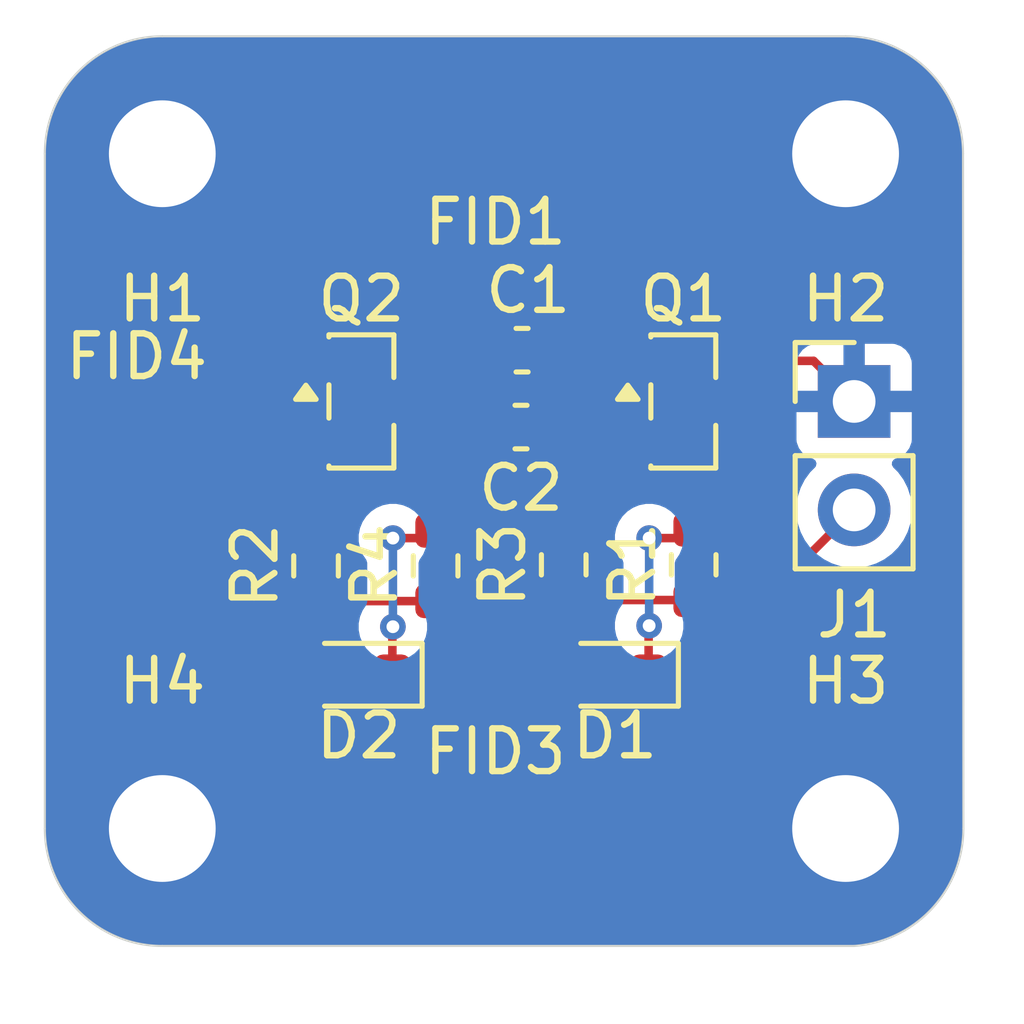
<source format=kicad_pcb>
(kicad_pcb (version 20241229) (generator "pcbnew") (generator_version "9.0")
  (layers (0 "F.Cu" signal) (2 "B.Cu" signal) (13 "F.Paste" user) (15 "B.Paste" user) (5 "F.SilkS" user "F.Silkscreen") (7 "B.SilkS" user "B.Silkscreen") (1 "F.Mask" user) (3 "B.Mask" user) (25 "Edge.Cuts" user))
  (net 0 "")
  (net 1 "Net-(D1-K)")
  (net 2 "VCC")
  (net 3 "bjt_2")
  (net 4 "bjt_1")
  (net 5 "Net-(D2-K)")
  (net 6 "GND")
  (footprint "MountingHole:MountingHole_2.5mm_Pad" (layer "F.Cu") (at 122 85.4)
    (property "Reference" "H4" (at 0 -3.45 0) (layer "F.SilkS"))
    (property "Value" "MountingHole_Pad" (hide yes))
    (pad "1" thru_hole circle (at 0 0) (size 5 5) (drill 2.5) (layers "*.Cu" "*.Mask") (net 6 "GND"))
  )
  (footprint "MountingHole:MountingHole_2.5mm_Pad" (layer "F.Cu") (at 122 69.6)
    (property "Reference" "H1" (at 0 3.4 0) (layer "F.SilkS"))
    (property "Value" "MountingHole_Pad" (hide yes))
    (pad "1" thru_hole circle (at 0 0) (size 5 5) (drill 2.5) (layers "*.Cu" "*.Mask") (net 6 "GND"))
  )
  (footprint "Connector_PinHeader_2.54mm:PinHeader_1x02_P2.54mm_Vertical" (layer "F.Cu") (at 138.2 75.4)
    (property "Reference" "J1" (at 0 5 0) (layer "F.SilkS"))
    (property "Value" "POWER INPUT")
    (fp_line (start -1.38 -1.38) (end 0 -1.38) (stroke (width 0.12)) (layer "F.SilkS"))
    (fp_line (start -1.38 0) (end -1.38 -1.38) (stroke (width 0.12)) (layer "F.SilkS"))
    (fp_line (start -1.38 1.27) (end -1.38 3.92) (stroke (width 0.12)) (layer "F.SilkS"))
    (fp_line (start -1.38 1.27) (end 1.38 1.27) (stroke (width 0.12)) (layer "F.SilkS"))
    (fp_line (start -1.38 3.92) (end 1.38 3.92) (stroke (width 0.12)) (layer "F.SilkS"))
    (fp_line (start 1.38 1.27) (end 1.38 3.92) (stroke (width 0.12)) (layer "F.SilkS"))
    (pad "1" thru_hole rect (at 0 0) (size 1.7 1.7) (drill 1) (layers "*.Cu" "*.Mask") (net 6 "GND"))
    (pad "2" thru_hole circle (at 0 2.54) (size 1.7 1.7) (drill 1) (layers "*.Cu" "*.Mask") (net 2 "VCC"))
  )
  (footprint "Package_TO_SOT_SMD:SOT-23" (layer "F.Cu") (at 134.2 75.4)
    (property "Reference" "Q1" (at 0 -2.4 0) (layer "F.SilkS"))
    (property "Value" "2N3904")
    (fp_line (start -0.76 -1.56) (end 0.76 -1.56) (stroke (width 0.12)) (layer "F.SilkS"))
    (fp_line (start -0.76 -1.51) (end -0.76 -1.56) (stroke (width 0.12)) (layer "F.SilkS"))
    (fp_line (start -0.76 0.39) (end -0.76 -0.39) (stroke (width 0.12)) (layer "F.SilkS"))
    (fp_line (start -0.76 1.56) (end -0.76 1.51) (stroke (width 0.12)) (layer "F.SilkS"))
    (fp_line (start 0.76 -1.56) (end 0.76 -0.56) (stroke (width 0.12)) (layer "F.SilkS"))
    (fp_line (start 0.76 0.56) (end 0.76 1.56) (stroke (width 0.12)) (layer "F.SilkS"))
    (fp_line (start 0.76 1.56) (end -0.76 1.56) (stroke (width 0.12)) (layer "F.SilkS"))
    (fp_poly (pts (xy -1.3 -0.38) (xy -1.06 -0.05) (xy -1.54 -0.05)) (stroke (width 0.12)) (fill yes) (layer "F.SilkS"))
    (pad "1" smd roundrect (at -0.9375 -0.95) (size 1.475 0.6) (layers "F.Cu" "F.Mask" "F.Paste") (net 6 "GND"))
    (pad "2" smd roundrect (at -0.9375 0.95) (size 1.475 0.6) (layers "F.Cu" "F.Mask" "F.Paste") (net 4 "bjt_1"))
    (pad "3" smd roundrect (at 0.9375 0) (size 1.475 0.6) (layers "F.Cu" "F.Mask" "F.Paste") (net 1 "Net-(D1-K)"))
  )
  (footprint "MountingHole:MountingHole_2.5mm_Pad" (layer "F.Cu") (at 138 69.6)
    (property "Reference" "H2" (at 0 3.4 0) (layer "F.SilkS"))
    (property "Value" "MountingHole_Pad" (hide yes))
    (pad "1" thru_hole circle (at 0 0) (size 5 5) (drill 2.5) (layers "*.Cu" "*.Mask") (net 6 "GND"))
  )
  (footprint "Fiducial:Fiducial_1.5mm_Mask3mm" (layer "F.Cu") (at 121.4 76.8)
    (property "Reference" "FID4" (at 0 -2.45 0) (layer "F.SilkS"))
    (property "Value" "Fiducial" (hide yes))
    (pad "" smd circle (at 0 0) (size 1.5 1.5) (layers "F.Cu" "F.Mask") (clearance 0.85))
  )
  (footprint "Fiducial:Fiducial_1.5mm_Mask3mm" (layer "F.Cu") (at 129.8 86)
    (property "Reference" "FID3" (at 0 -2.4 0) (layer "F.SilkS"))
    (property "Value" "Fiducial" (hide yes))
    (pad "" smd circle (at 0 0) (size 1.5 1.5) (layers "F.Cu" "F.Mask") (clearance 0.85))
  )
  (footprint "Package_TO_SOT_SMD:SOT-23" (layer "F.Cu") (at 126.6625 75.4)
    (property "Reference" "Q2" (at 0 -2.4 0) (layer "F.SilkS"))
    (property "Value" "2N3904")
    (fp_line (start -0.76 -1.56) (end 0.76 -1.56) (stroke (width 0.12)) (layer "F.SilkS"))
    (fp_line (start -0.76 -1.51) (end -0.76 -1.56) (stroke (width 0.12)) (layer "F.SilkS"))
    (fp_line (start -0.76 0.39) (end -0.76 -0.39) (stroke (width 0.12)) (layer "F.SilkS"))
    (fp_line (start -0.76 1.56) (end -0.76 1.51) (stroke (width 0.12)) (layer "F.SilkS"))
    (fp_line (start 0.76 -1.56) (end 0.76 -0.56) (stroke (width 0.12)) (layer "F.SilkS"))
    (fp_line (start 0.76 0.56) (end 0.76 1.56) (stroke (width 0.12)) (layer "F.SilkS"))
    (fp_line (start 0.76 1.56) (end -0.76 1.56) (stroke (width 0.12)) (layer "F.SilkS"))
    (fp_poly (pts (xy -1.3 -0.38) (xy -1.06 -0.05) (xy -1.54 -0.05)) (stroke (width 0.12)) (fill yes) (layer "F.SilkS"))
    (pad "1" smd roundrect (at -0.9375 -0.95) (size 1.475 0.6) (layers "F.Cu" "F.Mask" "F.Paste") (net 6 "GND"))
    (pad "2" smd roundrect (at -0.9375 0.95) (size 1.475 0.6) (layers "F.Cu" "F.Mask" "F.Paste") (net 3 "bjt_2"))
    (pad "3" smd roundrect (at 0.9375 0) (size 1.475 0.6) (layers "F.Cu" "F.Mask" "F.Paste") (net 5 "Net-(D2-K)"))
  )
  (footprint "Resistor_SMD:R_0603_1608Metric" (layer "F.Cu") (at 134.443322 79.225 90)
    (property "Reference" "R1" (at 0 -1.43 90) (layer "F.SilkS"))
    (property "Value" "1K")
    (fp_line (start -0.237258 -0.5225) (end 0.237258 -0.5225) (stroke (width 0.12)) (layer "F.SilkS"))
    (fp_line (start -0.237258 0.5225) (end 0.237258 0.5225) (stroke (width 0.12)) (layer "F.SilkS"))
    (pad "1" smd roundrect (at -0.825 0 90) (size 0.8 0.95) (layers "F.Cu" "F.Mask" "F.Paste") (net 2 "VCC"))
    (pad "2" smd roundrect (at 0.825 0 90) (size 0.8 0.95) (layers "F.Cu" "F.Mask" "F.Paste") (net 1 "Net-(D1-K)"))
  )
  (footprint "Resistor_SMD:R_0603_1608Metric" (layer "F.Cu") (at 125.6 79.25 90)
    (property "Reference" "R2" (at 0 -1.43 90) (layer "F.SilkS"))
    (property "Value" "5K")
    (fp_line (start -0.237258 -0.5225) (end 0.237258 -0.5225) (stroke (width 0.12)) (layer "F.SilkS"))
    (fp_line (start -0.237258 0.5225) (end 0.237258 0.5225) (stroke (width 0.12)) (layer "F.SilkS"))
    (pad "1" smd roundrect (at -0.825 0 90) (size 0.8 0.95) (layers "F.Cu" "F.Mask" "F.Paste") (net 2 "VCC"))
    (pad "2" smd roundrect (at 0.825 0 90) (size 0.8 0.95) (layers "F.Cu" "F.Mask" "F.Paste") (net 3 "bjt_2"))
  )
  (footprint "MountingHole:MountingHole_2.5mm_Pad" (layer "F.Cu") (at 138 85.4)
    (property "Reference" "H3" (at 0 -3.45 0) (layer "F.SilkS"))
    (property "Value" "MountingHole_Pad" (hide yes))
    (pad "1" thru_hole circle (at 0 0) (size 5 5) (drill 2.5) (layers "*.Cu" "*.Mask") (net 6 "GND"))
  )
  (footprint "Fiducial:Fiducial_1.5mm_Mask3mm" (layer "F.Cu") (at 129.8 68.6)
    (property "Reference" "FID1" (at 0 2.6 0) (layer "F.SilkS"))
    (property "Value" "Fiducial" (hide yes))
    (pad "" smd circle (at 0 0) (size 1.5 1.5) (layers "F.Cu" "F.Mask") (clearance 0.85))
  )
  (footprint "Resistor_SMD:R_0603_1608Metric" (layer "F.Cu") (at 128.4 79.25 90)
    (property "Reference" "R4" (at 0 -1.43 90) (layer "F.SilkS"))
    (property "Value" "1K")
    (fp_line (start -0.237258 -0.5225) (end 0.237258 -0.5225) (stroke (width 0.12)) (layer "F.SilkS"))
    (fp_line (start -0.237258 0.5225) (end 0.237258 0.5225) (stroke (width 0.12)) (layer "F.SilkS"))
    (pad "1" smd roundrect (at -0.825 0 90) (size 0.8 0.95) (layers "F.Cu" "F.Mask" "F.Paste") (net 2 "VCC"))
    (pad "2" smd roundrect (at 0.825 0 90) (size 0.8 0.95) (layers "F.Cu" "F.Mask" "F.Paste") (net 5 "Net-(D2-K)"))
  )
  (footprint "LED_SMD:LED_0603_1608Metric" (layer "F.Cu") (at 132.6 81.8 180)
    (property "Reference" "D1" (at 0 -1.43 0) (layer "F.SilkS"))
    (property "Value" "LED")
    (fp_line (start 0.8 -0.735) (end -1.485 -0.735) (stroke (width 0.12)) (layer "F.SilkS"))
    (fp_line (start -1.485 0.735) (end 0.8 0.735) (stroke (width 0.12)) (layer "F.SilkS"))
    (fp_line (start -1.485 -0.735) (end -1.485 0.735) (stroke (width 0.12)) (layer "F.SilkS"))
    (pad "1" smd roundrect (at -0.7875 0 180) (size 0.875 0.95) (layers "F.Cu" "F.Mask" "F.Paste") (net 1 "Net-(D1-K)"))
    (pad "2" smd roundrect (at 0.7875 0 180) (size 0.875 0.95) (layers "F.Cu" "F.Mask" "F.Paste") (net 2 "VCC"))
  )
  (footprint "Capacitor_SMD:C_0603_1608Metric" (layer "F.Cu") (at 130.4 76 180)
    (property "Reference" "C2" (at 0 -1.43 0) (layer "F.SilkS"))
    (property "Value" "220uF")
    (fp_line (start -0.14058 0.51) (end 0.14058 0.51) (stroke (width 0.12)) (layer "F.SilkS"))
    (fp_line (start -0.14058 -0.51) (end 0.14058 -0.51) (stroke (width 0.12)) (layer "F.SilkS"))
    (pad "1" smd roundrect (at -0.775 0 180) (size 0.9 0.95) (layers "F.Cu" "F.Mask" "F.Paste") (net 4 "bjt_1"))
    (pad "2" smd roundrect (at 0.775 0 180) (size 0.9 0.95) (layers "F.Cu" "F.Mask" "F.Paste") (net 5 "Net-(D2-K)"))
  )
  (footprint "Resistor_SMD:R_0603_1608Metric" (layer "F.Cu") (at 131.4 79.225 90)
    (property "Reference" "R3" (at 0 -1.43 90) (layer "F.SilkS"))
    (property "Value" "5K")
    (fp_line (start -0.237258 -0.5225) (end 0.237258 -0.5225) (stroke (width 0.12)) (layer "F.SilkS"))
    (fp_line (start -0.237258 0.5225) (end 0.237258 0.5225) (stroke (width 0.12)) (layer "F.SilkS"))
    (pad "1" smd roundrect (at -0.825 0 90) (size 0.8 0.95) (layers "F.Cu" "F.Mask" "F.Paste") (net 2 "VCC"))
    (pad "2" smd roundrect (at 0.825 0 90) (size 0.8 0.95) (layers "F.Cu" "F.Mask" "F.Paste") (net 4 "bjt_1"))
  )
  (footprint "Capacitor_SMD:C_0603_1608Metric" (layer "F.Cu") (at 130.425 74.2 180)
    (property "Reference" "C1" (at -0.14058 1.4 0) (layer "F.SilkS"))
    (property "Value" "220uF")
    (fp_line (start -0.14058 0.51) (end 0.14058 0.51) (stroke (width 0.12)) (layer "F.SilkS"))
    (fp_line (start -0.14058 -0.51) (end 0.14058 -0.51) (stroke (width 0.12)) (layer "F.SilkS"))
    (pad "1" smd roundrect (at -0.775 0 180) (size 0.9 0.95) (layers "F.Cu" "F.Mask" "F.Paste") (net 1 "Net-(D1-K)"))
    (pad "2" smd roundrect (at 0.775 0 180) (size 0.9 0.95) (layers "F.Cu" "F.Mask" "F.Paste") (net 3 "bjt_2"))
  )
  (footprint "LED_SMD:LED_0603_1608Metric" (layer "F.Cu") (at 126.6 81.8 180)
    (property "Reference" "D2" (at 0 -1.43 0) (layer "F.SilkS"))
    (property "Value" "LED")
    (fp_line (start 0.8 -0.735) (end -1.485 -0.735) (stroke (width 0.12)) (layer "F.SilkS"))
    (fp_line (start -1.485 0.735) (end 0.8 0.735) (stroke (width 0.12)) (layer "F.SilkS"))
    (fp_line (start -1.485 -0.735) (end -1.485 0.735) (stroke (width 0.12)) (layer "F.SilkS"))
    (pad "1" smd roundrect (at -0.7875 0 180) (size 0.875 0.95) (layers "F.Cu" "F.Mask" "F.Paste") (net 5 "Net-(D2-K)"))
    (pad "2" smd roundrect (at 0.7875 0 180) (size 0.875 0.95) (layers "F.Cu" "F.Mask" "F.Paste") (net 2 "VCC"))
  )
  (gr_arc (start 119.25 69.6) (mid 120.055456 67.655456) (end 122 66.85) (stroke (width 0.05)) (layer "Edge.Cuts"))
  (gr_line (start 140.75 69.6) (end 140.757263 85.4) (stroke (width 0.05)) (layer "Edge.Cuts"))
  (gr_line (start 119.25 69.6) (end 119.25 85.4) (stroke (width 0.05)) (layer "Edge.Cuts"))
  (gr_line (start 122 88.15) (end 138.2 88.15) (stroke (width 0.05)) (layer "Edge.Cuts"))
  (gr_arc (start 138 66.85) (mid 139.944544 67.655456) (end 140.75 69.6) (stroke (width 0.05)) (layer "Edge.Cuts"))
  (gr_arc (start 122 88.15) (mid 120.055456 87.344544) (end 119.25 85.4) (stroke (width 0.05)) (layer "Edge.Cuts"))
  (gr_line (start 122 66.85) (end 138 66.85) (stroke (width 0.05)) (layer "Edge.Cuts"))
  (gr_arc (start 140.757263 85.4) (mid 140.019152 87.277638) (end 138.2 88.15) (stroke (width 0.05)) (layer "Edge.Cuts"))
  (segment (start 133.3875 80.6625) (end 133.4 80.65) (width 0.2) (layer "F.Cu") (net 1))
  (segment (start 135.1375 75.4) (end 132.4 75.4) (width 0.2) (layer "F.Cu") (net 1))
  (segment (start 133.4 78.6) (end 134.243322 78.6) (width 0.2) (layer "F.Cu") (net 1))
  (segment (start 134.243322 78.6) (end 134.443322 78.4) (width 0.2) (layer "F.Cu") (net 1))
  (segment (start 133.3875 81.8) (end 133.3875 80.6625) (width 0.2) (layer "F.Cu") (net 1))
  (segment (start 132.4 75.4) (end 131.2 74.2) (width 0.2) (layer "F.Cu") (net 1))
  (segment (start 134.443322 76.094178) (end 134.443322 78.4) (width 0.2) (layer "F.Cu") (net 1))
  (segment (start 135.1375 75.4) (end 134.443322 76.094178) (width 0.2) (layer "F.Cu") (net 1))
  (via (at 133.4 78.6) (size 0.6) (drill 0.3) (layers "F.Cu" "B.Cu") (net 1))
  (via (at 133.4 80.65) (size 0.6) (drill 0.3) (layers "F.Cu" "B.Cu") (net 1))
  (segment (start 133.4 80.65) (end 133.4 78.6) (width 0.2) (layer "B.Cu") (net 1))
  (segment (start 128.4 80.075) (end 131.375 80.075) (width 0.2) (layer "F.Cu") (net 2))
  (segment (start 125.8125 80.2875) (end 125.6 80.075) (width 0.2) (layer "F.Cu") (net 2))
  (segment (start 126.1875 81.425) (end 125.8125 81.8) (width 0.2) (layer "F.Cu") (net 2))
  (segment (start 125.6 80.075) (end 128.4 80.075) (width 0.2) (layer "F.Cu") (net 2))
  (segment (start 131.8125 81.8) (end 131.8125 80.4625) (width 0.2) (layer "F.Cu") (net 2))
  (segment (start 131.8125 80.4625) (end 131.4 80.05) (width 0.2) (layer "F.Cu") (net 2))
  (segment (start 134.443322 80.05) (end 136.09 80.05) (width 0.2) (layer "F.Cu") (net 2))
  (segment (start 131.375 80.075) (end 131.4 80.05) (width 0.2) (layer "F.Cu") (net 2))
  (segment (start 131.4 80.05) (end 134.443322 80.05) (width 0.2) (layer "F.Cu") (net 2))
  (segment (start 136.09 80.05) (end 138.2 77.94) (width 0.2) (layer "F.Cu") (net 2))
  (segment (start 125.8125 81.8) (end 125.8125 80.2875) (width 0.2) (layer "F.Cu") (net 2))
  (segment (start 129.65 74.2) (end 127.420532 74.2) (width 0.2) (layer "F.Cu") (net 3))
  (segment (start 125.725 75.895532) (end 125.725 76.35) (width 0.2) (layer "F.Cu") (net 3))
  (segment (start 125.6 76.475) (end 125.725 76.35) (width 0.2) (layer "F.Cu") (net 3))
  (segment (start 127.420532 74.2) (end 125.725 75.895532) (width 0.2) (layer "F.Cu") (net 3))
  (segment (start 125.6 78.425) (end 125.6 76.475) (width 0.2) (layer "F.Cu") (net 3))
  (segment (start 131.4 78.4) (end 131.4 76.225) (width 0.2) (layer "F.Cu") (net 4))
  (segment (start 131.175 76) (end 132.9125 76) (width 0.2) (layer "F.Cu") (net 4))
  (segment (start 131.4 76.225) (end 131.175 76) (width 0.2) (layer "F.Cu") (net 4))
  (segment (start 132.9125 76) (end 133.2625 76.35) (width 0.2) (layer "F.Cu") (net 4))
  (segment (start 128.4 76.2) (end 127.6 75.4) (width 0.2) (layer "F.Cu") (net 5))
  (segment (start 129.025 75.4) (end 129.625 76) (width 0.2) (layer "F.Cu") (net 5))
  (segment (start 128.4 78.425) (end 128.4 76.2) (width 0.2) (layer "F.Cu") (net 5))
  (segment (start 127.3875 80.6875) (end 127.4 80.675) (width 0.2) (layer "F.Cu") (net 5))
  (segment (start 127.6 75.4) (end 129.025 75.4) (width 0.2) (layer "F.Cu") (net 5))
  (segment (start 127.4 78.6) (end 128.225 78.6) (width 0.2) (layer "F.Cu") (net 5))
  (segment (start 127.3875 81.8) (end 127.3875 80.6875) (width 0.2) (layer "F.Cu") (net 5))
  (segment (start 128.225 78.6) (end 128.4 78.425) (width 0.2) (layer "F.Cu") (net 5))
  (via (at 127.4 78.6) (size 0.6) (drill 0.3) (layers "F.Cu" "B.Cu") (net 5))
  (via (at 127.4 80.675) (size 0.6) (drill 0.3) (layers "F.Cu" "B.Cu") (net 5))
  (segment (start 127.4 80.675) (end 127.4 78.6) (width 0.2) (layer "B.Cu") (net 5))
  (segment (start 125.725 74.45) (end 122 70.725) (width 0.2) (layer "F.Cu") (net 6))
  (segment (start 137.25 74.45) (end 138.2 75.4) (width 0.2) (layer "F.Cu") (net 6))
  (segment (start 133.2625 74.45) (end 137.25 74.45) (width 0.2) (layer "F.Cu") (net 6))
  (segment (start 122 70.725) (end 122 69.6) (width 0.2) (layer "F.Cu") (net 6))
  (zone (net 6) (net_name "GND") (layer "B.Cu") (connect_pads (clearance 0.5)) (min_thickness 0.25) (fill yes (thermal_gap 0.5) (thermal_bridge_width 0.5))
    (polygon (pts (xy 142 66) (xy 142.2 90) (xy 118.4 90) (xy 118.2 66)))
  )
)
</source>
